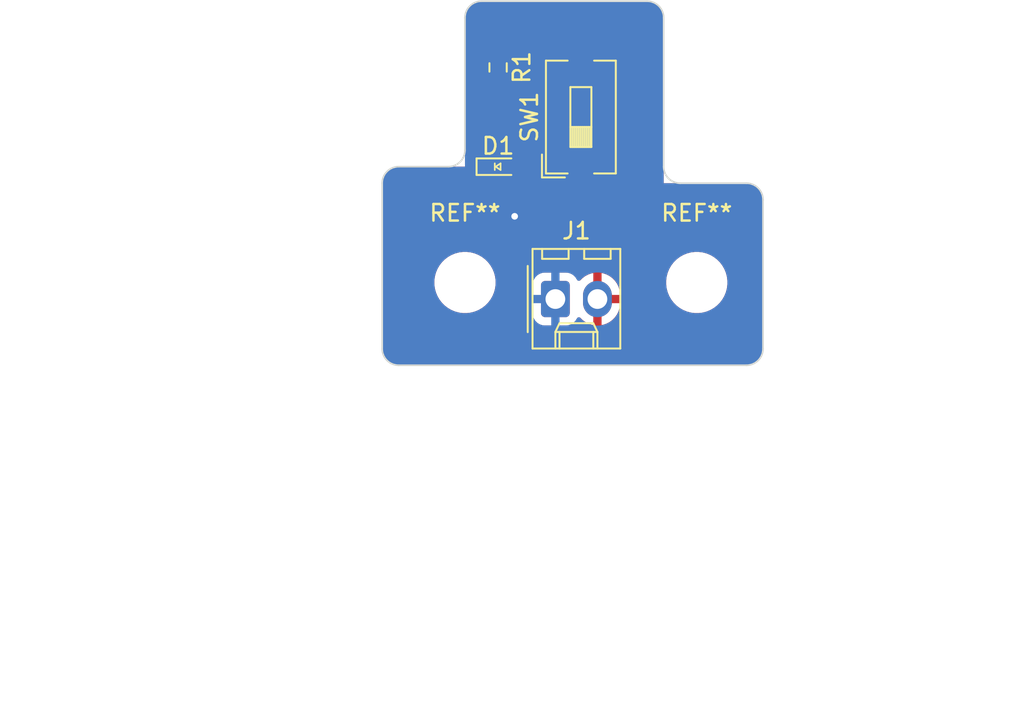
<source format=kicad_pcb>
(kicad_pcb (version 20240108) (generator "pcbnew") (generator_version "8.0")
  (title_block (title "LED Project") (date "2022-08-16") (rev "1.0") (company "Illini Solar Car") (comment 1 "Designed By: Rishi Deshpande"))
  (layers (0 "F.Cu" signal) (31 "B.Cu" signal) (34 "B.Paste" user) (35 "F.Paste" user) (36 "B.SilkS" user "B.Silkscreen") (37 "F.SilkS" user "F.Silkscreen") (38 "B.Mask" user) (39 "F.Mask" user) (44 "Edge.Cuts" user))
  (net 0 "")
  (net 1 "GND")
  (net 2 "Net-(D1-A)")
  (net 3 "Net-(R1-Pad1)")
  (net 4 "+3.3V")
  (footprint "Connector_Molex:Molex_KK-254_AE-6410-02A_1x02_P2.54mm_Vertical" (layer "F.Cu") (at 126.46 79)
    (property "Reference" "J1" (at 1.27 -4.12 0) (layer "F.SilkS"))
    (property "Value" "Conn_01x02")
    (fp_line (start -1.67 -2) (end -1.67 2) (stroke (width 0.12)) (layer "F.SilkS"))
    (fp_line (start -1.38 -3.03) (end -1.38 2.99) (stroke (width 0.12)) (layer "F.SilkS"))
    (fp_line (start -1.38 2.99) (end 3.92 2.99) (stroke (width 0.12)) (layer "F.SilkS"))
    (fp_line (start -0.8 -3.03) (end -0.8 -2.43) (stroke (width 0.12)) (layer "F.SilkS"))
    (fp_line (start -0.8 -2.43) (end 0.8 -2.43) (stroke (width 0.12)) (layer "F.SilkS"))
    (fp_line (start 0 1.99) (end 0.25 1.46) (stroke (width 0.12)) (layer "F.SilkS"))
    (fp_line (start 0 1.99) (end 2.54 1.99) (stroke (width 0.12)) (layer "F.SilkS"))
    (fp_line (start 0 2.99) (end 0 1.99) (stroke (width 0.12)) (layer "F.SilkS"))
    (fp_line (start 0.25 1.46) (end 2.29 1.46) (stroke (width 0.12)) (layer "F.SilkS"))
    (fp_line (start 0.25 2.99) (end 0.25 1.99) (stroke (width 0.12)) (layer "F.SilkS"))
    (fp_line (start 0.8 -2.43) (end 0.8 -3.03) (stroke (width 0.12)) (layer "F.SilkS"))
    (fp_line (start 1.74 -3.03) (end 1.74 -2.43) (stroke (width 0.12)) (layer "F.SilkS"))
    (fp_line (start 1.74 -2.43) (end 3.34 -2.43) (stroke (width 0.12)) (layer "F.SilkS"))
    (fp_line (start 2.29 1.46) (end 2.54 1.99) (stroke (width 0.12)) (layer "F.SilkS"))
    (fp_line (start 2.29 2.99) (end 2.29 1.99) (stroke (width 0.12)) (layer "F.SilkS"))
    (fp_line (start 2.54 1.99) (end 2.54 2.99) (stroke (width 0.12)) (layer "F.SilkS"))
    (fp_line (start 3.34 -2.43) (end 3.34 -3.03) (stroke (width 0.12)) (layer "F.SilkS"))
    (fp_line (start 3.92 -3.03) (end -1.38 -3.03) (stroke (width 0.12)) (layer "F.SilkS"))
    (fp_line (start 3.92 2.99) (end 3.92 -3.03) (stroke (width 0.12)) (layer "F.SilkS"))
    (pad "1" thru_hole roundrect (at 0 0) (size 1.74 2.19) (drill 1.19) (layers "*.Cu" "*.Mask") (roundrect_rratio 0.143678) (net 1 "GND"))
    (pad "2" thru_hole oval (at 2.54 0) (size 1.74 2.19) (drill 1.19) (layers "*.Cu" "*.Mask") (net 4 "+3.3V"))
  )
  (footprint "layout:LED_0603_Symbol_on_F.SilkS" (layer "F.Cu") (at 123 71)
    (property "Reference" "D1" (at 0 -1.25 0) (layer "F.SilkS"))
    (property "Value" "LED_RED")
    (fp_line (start -1.3 -0.5) (end -1.3 0.5) (stroke (width 0.12)) (layer "F.SilkS"))
    (fp_line (start -1.3 -0.5) (end 0.8 -0.5) (stroke (width 0.12)) (layer "F.SilkS"))
    (fp_line (start -1.3 0.5) (end 0.8 0.5) (stroke (width 0.12)) (layer "F.SilkS"))
    (fp_line (start -0.2 -0.2) (end -0.2 0.2) (stroke (width 0.1)) (layer "F.SilkS"))
    (fp_line (start -0.15 0) (end 0.15 -0.2) (stroke (width 0.1)) (layer "F.SilkS"))
    (fp_line (start 0.15 -0.2) (end 0.15 0.2) (stroke (width 0.1)) (layer "F.SilkS"))
    (fp_line (start 0.15 0.2) (end -0.15 0) (stroke (width 0.1)) (layer "F.SilkS"))
    (pad "1" smd rect (at -0.8 0 180) (size 0.8 0.8) (layers "F.Cu" "F.Paste" "F.Mask") (net 1 "GND"))
    (pad "2" smd rect (at 0.8 0 180) (size 0.8 0.8) (layers "F.Cu" "F.Paste" "F.Mask") (net 2 "Net-(D1-A)"))
  )
  (footprint "MountingHole:MountingHole_3.2mm_M3" (layer "F.Cu") (at 121 78)
    (property "Reference" "REF**" (at 0 -4.2 0) (layer "F.SilkS"))
    (property "Value" "MountingHole_3.2mm_M3")
    (pad "" np_thru_hole circle (at 0 0) (size 3.2 3.2) (drill 3.2) (layers "*.Cu" "*.Mask"))
  )
  (footprint "Resistor_SMD:R_0603_1608Metric_Pad0.98x0.95mm_HandSolder" (layer "F.Cu") (at 123 65 -90)
    (property "Reference" "R1" (at 0 -1.43 90) (layer "F.SilkS"))
    (property "Value" "105")
    (fp_line (start -0.254724 0.5225) (end 0.254724 0.5225) (stroke (width 0.12)) (layer "F.SilkS"))
    (fp_line (start -0.254724 -0.5225) (end 0.254724 -0.5225) (stroke (width 0.12)) (layer "F.SilkS"))
    (pad "1" smd roundrect (at -0.9125 0 270) (size 0.975 0.95) (layers "F.Cu" "F.Paste" "F.Mask") (net 3 "Net-(R1-Pad1)"))
    (pad "2" smd roundrect (at 0.9125 0 270) (size 0.975 0.95) (layers "F.Cu" "F.Paste" "F.Mask") (net 2 "Net-(D1-A)"))
  )
  (footprint "Button_Switch_SMD:SW_DIP_SPSTx01_Slide_6.7x4.1mm_W8.61mm_P2.54mm_LowProfile" (layer "F.Cu") (at 128 68 90)
    (property "Reference" "SW1" (at 0 -3.11 90) (layer "F.SilkS"))
    (property "Value" "SW_Push")
    (fp_line (start -3.65 -2.35) (end -2.267 -2.35) (stroke (width 0.12)) (layer "F.SilkS"))
    (fp_line (start -3.65 -2.35) (end -3.65 -0.967) (stroke (width 0.12)) (layer "F.SilkS"))
    (fp_line (start 3.41 -2.11) (end 3.41 -0.8) (stroke (width 0.12)) (layer "F.SilkS"))
    (fp_line (start -3.41 -2.11) (end 3.41 -2.11) (stroke (width 0.12)) (layer "F.SilkS"))
    (fp_line (start -3.41 -2.11) (end -3.41 -0.8) (stroke (width 0.12)) (layer "F.SilkS"))
    (fp_line (start 1.81 -0.635) (end -1.81 -0.635) (stroke (width 0.12)) (layer "F.SilkS"))
    (fp_line (start -0.603333 -0.635) (end -0.603333 0.635) (stroke (width 0.12)) (layer "F.SilkS"))
    (fp_line (start -1.81 -0.635) (end -1.81 0.635) (stroke (width 0.12)) (layer "F.SilkS"))
    (fp_line (start -1.81 -0.515) (end -0.603333 -0.515) (stroke (width 0.12)) (layer "F.SilkS"))
    (fp_line (start -1.81 -0.395) (end -0.603333 -0.395) (stroke (width 0.12)) (layer "F.SilkS"))
    (fp_line (start -1.81 -0.275) (end -0.603333 -0.275) (stroke (width 0.12)) (layer "F.SilkS"))
    (fp_line (start -1.81 -0.155) (end -0.603333 -0.155) (stroke (width 0.12)) (layer "F.SilkS"))
    (fp_line (start -1.81 -0.035) (end -0.603333 -0.035) (stroke (width 0.12)) (layer "F.SilkS"))
    (fp_line (start -1.81 0.085) (end -0.603333 0.085) (stroke (width 0.12)) (layer "F.SilkS"))
    (fp_line (start -1.81 0.205) (end -0.603333 0.205) (stroke (width 0.12)) (layer "F.SilkS"))
    (fp_line (start -1.81 0.325) (end -0.603333 0.325) (stroke (width 0.12)) (layer "F.SilkS"))
    (fp_line (start -1.81 0.445) (end -0.603333 0.445) (stroke (width 0.12)) (layer "F.SilkS"))
    (fp_line (start -1.81 0.565) (end -0.603333 0.565) (stroke (width 0.12)) (layer "F.SilkS"))
    (fp_line (start 1.81 0.635) (end 1.81 -0.635) (stroke (width 0.12)) (layer "F.SilkS"))
    (fp_line (start -1.81 0.635) (end 1.81 0.635) (stroke (width 0.12)) (layer "F.SilkS"))
    (fp_line (start 3.41 0.8) (end 3.41 2.11) (stroke (width 0.12)) (layer "F.SilkS"))
    (fp_line (start -3.41 0.8) (end -3.41 2.11) (stroke (width 0.12)) (layer "F.SilkS"))
    (fp_line (start -3.41 2.11) (end 3.41 2.11) (stroke (width 0.12)) (layer "F.SilkS"))
    (pad "1" smd rect (at -4.305 0 90) (size 2.44 1.12) (layers "F.Cu" "F.Paste" "F.Mask") (net 4 "+3.3V"))
    (pad "2" smd rect (at 4.305 0 90) (size 2.44 1.12) (layers "F.Cu" "F.Paste" "F.Mask") (net 3 "Net-(R1-Pad1)"))
  )
  (footprint "MountingHole:MountingHole_3.2mm_M3" (layer "F.Cu") (at 135 78)
    (property "Reference" "REF**" (at 0 -4.2 0) (layer "F.SilkS"))
    (property "Value" "MountingHole_3.2mm_M3")
    (pad "" np_thru_hole circle (at 0 0) (size 3.2 3.2) (drill 3.2) (layers "*.Cu" "*.Mask"))
  )
  (gr_line (start 133 62) (end 133 71) (stroke (width 0.1)) (layer "Edge.Cuts"))
  (gr_line (start 139 73) (end 139 82) (stroke (width 0.1)) (layer "Edge.Cuts"))
  (gr_line (start 121 70) (end 121 62) (stroke (width 0.1)) (layer "Edge.Cuts"))
  (gr_arc (start 138 72) (mid 138.707107 72.292893) (end 139 73) (stroke (width 0.1)) (layer "Edge.Cuts"))
  (gr_arc (start 116 72) (mid 116.292893 71.292893) (end 117 71) (stroke (width 0.1)) (layer "Edge.Cuts"))
  (gr_arc (start 121 62) (mid 121.292893 61.292893) (end 122 61) (stroke (width 0.1)) (layer "Edge.Cuts"))
  (gr_line (start 116 82) (end 116 72) (stroke (width 0.1)) (layer "Edge.Cuts"))
  (gr_line (start 117 71) (end 120 71) (stroke (width 0.1)) (layer "Edge.Cuts"))
  (gr_arc (start 132 61) (mid 132.707107 61.292893) (end 133 62) (stroke (width 0.1)) (layer "Edge.Cuts"))
  (gr_line (start 134 72) (end 138 72) (stroke (width 0.1)) (layer "Edge.Cuts"))
  (gr_arc (start 117 83) (mid 116.292893 82.707107) (end 116 82) (stroke (width 0.1)) (layer "Edge.Cuts"))
  (gr_arc (start 139 82) (mid 138.707107 82.707107) (end 138 83) (stroke (width 0.1)) (layer "Edge.Cuts"))
  (gr_line (start 122 61) (end 132 61) (stroke (width 0.1)) (layer "Edge.Cuts"))
  (gr_line (start 138 83) (end 117 83) (stroke (width 0.1)) (layer "Edge.Cuts"))
  (gr_arc (start 134 72) (mid 133.292893 71.707107) (end 133 71) (stroke (width 0.1)) (layer "Edge.Cuts"))
  (gr_arc (start 121 70) (mid 120.707107 70.707107) (end 120 71) (stroke (width 0.1)) (layer "Edge.Cuts"))
  (segment (start 122.2 71) (end 122.2 72.2) (width 0.25) (layer "F.Cu") (net 1))
  (segment (start 122.2 72.2) (end 124 74) (width 0.25) (layer "F.Cu") (net 1))
  (via (at 124 74) (size 0.8) (drill 0.4) (layers "F.Cu" "B.Cu") (net 1))
  (segment (start 123 70.2) (end 123.8 71) (width 0.25) (layer "F.Cu") (net 2))
  (segment (start 123 65.9125) (end 123 70.2) (width 0.25) (layer "F.Cu") (net 2))
  (segment (start 128 63.695) (end 123.3925 63.695) (width 0.25) (layer "F.Cu") (net 3))
  (segment (start 123.3925 63.695) (end 123 64.0875) (width 0.25) (layer "F.Cu") (net 3))
  (zone (net 4) (net_name "+3.3V") (layer "F.Cu") (connect_pads (clearance 0.508)) (min_thickness 0.25) (fill yes (thermal_gap 0.5) (thermal_bridge_width 0.5))
    (polygon (pts (xy 121 61) (xy 121 71) (xy 116 71) (xy 116 83) (xy 139 83) (xy 139 72) (xy 133 72) (xy 133 61)))
  )
  (zone (net 1) (net_name "GND") (layer "B.Cu") (priority 1) (connect_pads (clearance 0.508)) (min_thickness 0.25) (fill yes (thermal_gap 0.5) (thermal_bridge_width 0.5))
    (polygon (pts (xy 121 61) (xy 133 61) (xy 133 72) (xy 139 72) (xy 139 83) (xy 116 83) (xy 116 71) (xy 121 71)))
  )
)
</source>
